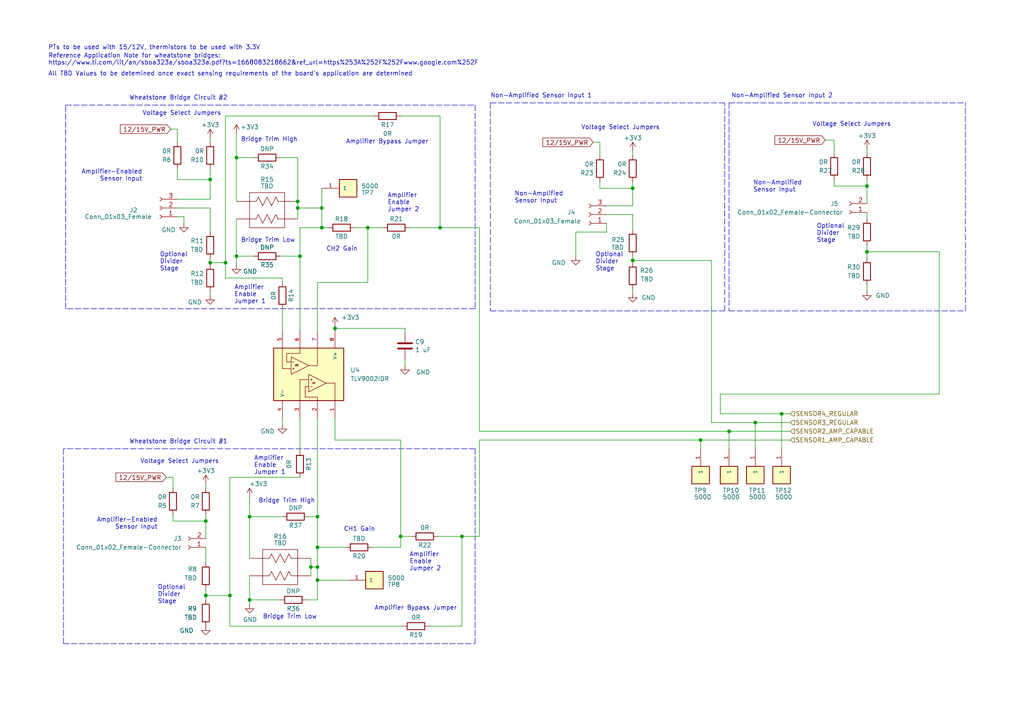
<source format=kicad_sch>
(kicad_sch (version 20211123) (generator eeschema)
  (paper "A4")
  (lib_symbols
    (symbol "+3.3V_1" (power) (pin_names (offset 0))
      (property "Value" "+3.3V_1" (at 0 3.556 0))
      (symbol "+3.3V_1_0_1"
        (polyline (pts (xy -0.762 1.27) (xy 0 2.54)))
        (polyline (pts (xy 0 0) (xy 0 2.54)))
        (polyline (pts (xy 0 2.54) (xy 0.762 1.27)))
      )
      (symbol "+3.3V_1_1_1"
        (pin power_in line (at 0 0 90) (length 0) hide (name "+3V3") (number "1"))
      )
    )
    (symbol "+3.3V_2" (power) (pin_names (offset 0))
      (property "Value" "+3.3V_2" (at 0 3.556 0))
      (symbol "+3.3V_2_0_1"
        (polyline (pts (xy -0.762 1.27) (xy 0 2.54)))
        (polyline (pts (xy 0 0) (xy 0 2.54)))
        (polyline (pts (xy 0 2.54) (xy 0.762 1.27)))
      )
      (symbol "+3.3V_2_1_1"
        (pin power_in line (at 0 0 90) (length 0) hide (name "+3V3") (number "1"))
      )
    )
    (symbol "+3.3V_3" (power) (pin_names (offset 0))
      (property "Value" "+3.3V_3" (at 0 3.556 0))
      (symbol "+3.3V_3_0_1"
        (polyline (pts (xy -0.762 1.27) (xy 0 2.54)))
        (polyline (pts (xy 0 0) (xy 0 2.54)))
        (polyline (pts (xy 0 2.54) (xy 0.762 1.27)))
      )
      (symbol "+3.3V_3_1_1"
        (pin power_in line (at 0 0 90) (length 0) hide (name "+3V3") (number "1"))
      )
    )
    (symbol "+3.3V_4" (power) (pin_names (offset 0))
      (property "Value" "+3.3V_4" (at 0 3.556 0))
      (symbol "+3.3V_4_0_1"
        (polyline (pts (xy -0.762 1.27) (xy 0 2.54)))
        (polyline (pts (xy 0 0) (xy 0 2.54)))
        (polyline (pts (xy 0 2.54) (xy 0.762 1.27)))
      )
      (symbol "+3.3V_4_1_1"
        (pin power_in line (at 0 0 90) (length 0) hide (name "+3V3") (number "1"))
      )
    )
    (symbol "+3.3V_5" (power) (pin_names (offset 0))
      (property "Value" "+3.3V_5" (at 0 3.556 0))
      (symbol "+3.3V_5_0_1"
        (polyline (pts (xy -0.762 1.27) (xy 0 2.54)))
        (polyline (pts (xy 0 0) (xy 0 2.54)))
        (polyline (pts (xy 0 2.54) (xy 0.762 1.27)))
      )
      (symbol "+3.3V_5_1_1"
        (pin power_in line (at 0 0 90) (length 0) hide (name "+3V3") (number "1"))
      )
    )
    (symbol "+3.3V_6" (power) (pin_names (offset 0))
      (property "Value" "+3.3V_6" (at 0 3.556 0))
      (symbol "+3.3V_6_0_1"
        (polyline (pts (xy -0.762 1.27) (xy 0 2.54)))
        (polyline (pts (xy 0 0) (xy 0 2.54)))
        (polyline (pts (xy 0 2.54) (xy 0.762 1.27)))
      )
      (symbol "+3.3V_6_1_1"
        (pin power_in line (at 0 0 90) (length 0) hide (name "+3V3") (number "1"))
      )
    )
    (symbol "CANHW:ACAS06"
      (property "Reference" "R" (at 0 10.795 0))
      (property "Value" "ACAS06" (at 0 8.89 0))
      (symbol "ACAS06_0_1"
        (rectangle (start -5.08 5.08) (end 5.08 -5.08))
        (polyline (pts (xy -6.35 -2.54) (xy -3.175 -2.54)))
        (polyline (pts (xy -6.35 2.54) (xy -3.175 2.54)))
        (polyline (pts (xy 6.35 -2.54) (xy 3.175 -2.54)))
        (polyline (pts (xy 6.35 2.54) (xy 3.175 2.54)))
        (polyline (pts (xy -3.175 -2.54) (xy -2.54 -1.27) (xy -1.27 -3.81) (xy 0 -1.27) (xy 1.27 -3.81) (xy 2.54 -1.27) (xy 3.175 -2.54)))
        (polyline (pts (xy -3.175 2.54) (xy -2.54 3.81) (xy -1.27 1.27) (xy 0 3.81) (xy 1.27 1.27) (xy 2.54 3.81) (xy 3.175 2.54)))
      )
      (symbol "ACAS06_1_1"
        (pin passive line (at -8.89 -2.54 0) (length 2.54) (name "") (number ""))
        (pin passive line (at -8.89 2.54 0) (length 2.54) (name "") (number ""))
        (pin passive line (at 8.89 -2.54 180) (length 2.54) (name "") (number ""))
        (pin passive line (at 8.89 2.54 180) (length 2.54) (name "") (number ""))
      )
    )
    (symbol "Connector:Conn_01x02_Female" (pin_names (offset 1.016) hide)
      (property "Reference" "J" (at 0 2.54 0))
      (property "Value" "Conn_01x02_Female" (at 0 -5.08 0))
      (symbol "Conn_01x02_Female_1_1"
        (arc (start 0 -2.032) (mid -0.508 -2.54) (end 0 -3.048) (stroke (width 0.1524)))
        (polyline (pts (xy -1.27 -2.54) (xy -0.508 -2.54)) (stroke (width 0.1524)))
        (polyline (pts (xy -1.27 0) (xy -0.508 0)) (stroke (width 0.1524)))
        (arc (start 0 0.508) (mid -0.508 0) (end 0 -0.508) (stroke (width 0.1524)))
        (pin passive line (at -5.08 0 0) (length 3.81) (name "Pin_1") (number "1"))
        (pin passive line (at -5.08 -2.54 0) (length 3.81) (name "Pin_2") (number "2"))
      )
    )
    (symbol "Connector:Conn_01x03_Female" (pin_names (offset 1.016) hide)
      (property "Reference" "J" (at 0 5.08 0))
      (property "Value" "Conn_01x03_Female" (at 0 -5.08 0))
      (symbol "Conn_01x03_Female_1_1"
        (arc (start 0 -2.032) (mid -0.508 -2.54) (end 0 -3.048) (stroke (width 0.1524)))
        (polyline (pts (xy -1.27 -2.54) (xy -0.508 -2.54)) (stroke (width 0.1524)))
        (polyline (pts (xy -1.27 0) (xy -0.508 0)) (stroke (width 0.1524)))
        (polyline (pts (xy -1.27 2.54) (xy -0.508 2.54)) (stroke (width 0.1524)))
        (arc (start 0 0.508) (mid -0.508 0) (end 0 -0.508) (stroke (width 0.1524)))
        (arc (start 0 3.048) (mid -0.508 2.54) (end 0 2.032) (stroke (width 0.1524)))
        (pin passive line (at -5.08 2.54 0) (length 3.81) (name "Pin_1") (number "1"))
        (pin passive line (at -5.08 0 0) (length 3.81) (name "Pin_2") (number "2"))
        (pin passive line (at -5.08 -2.54 0) (length 3.81) (name "Pin_3") (number "3"))
      )
    )
    (symbol "Device:C" (pin_numbers hide) (pin_names (offset 0.254))
      (property "Reference" "C" (at 0.635 2.54 0))
      (property "Value" "C" (at 0.635 -2.54 0))
      (symbol "C_0_1"
        (polyline (pts (xy -2.032 -0.762) (xy 2.032 -0.762)) (stroke (width 0.508)))
        (polyline (pts (xy -2.032 0.762) (xy 2.032 0.762)) (stroke (width 0.508)))
      )
      (symbol "C_1_1"
        (pin passive line (at 0 3.81 270) (length 2.794) (name "~") (number "1"))
        (pin passive line (at 0 -3.81 90) (length 2.794) (name "~") (number "2"))
      )
    )
    (symbol "Device:R" (pin_numbers hide) (pin_names (offset 0))
      (property "Reference" "R" (at 2.032 0 90))
      (property "Value" "R" (at 0 0 90))
      (symbol "R_0_1"
        (rectangle (start -1.016 -2.54) (end 1.016 2.54) (stroke (width 0.254)))
      )
      (symbol "R_1_1"
        (pin passive line (at 0 3.81 270) (length 1.27) (name "~") (number "1"))
        (pin passive line (at 0 -3.81 90) (length 1.27) (name "~") (number "2"))
      )
    )
    (symbol "Keysight_5000_testpoints:5000" (pin_names (offset 1.016))
      (property "Reference" "TP" (at -2.54 3.81 0))
      (property "Value" "5000" (at -2.54 -7.62 0))
      (symbol "5000_0_0"
        (rectangle (start -2.54 -2.54) (end 2.54 2.54) (stroke (width 0.254)) (fill (type background)))
        (pin passive line (at -7.62 0 0) (length 5.08) (name "1") (number "1"))
      )
    )
    (symbol "TLV9002IDR:TLV9002IDR" (pin_names (offset 1.016))
      (property "Reference" "U" (at -7.62 10.16 0))
      (property "Value" "TLV9002IDR" (at -7.62 -12.7 0))
      (symbol "TLV9002IDR_0_0"
        (rectangle (start -7.62 -10.16) (end 7.62 10.16) (stroke (width 0.254)) (fill (type background)))
        (polyline (pts (xy -6.604 -1.016) (xy -6.604 2.54)) (stroke (width 0.1524)))
        (polyline (pts (xy -6.604 2.54) (xy -7.62 2.54)) (stroke (width 0.1524)))
        (polyline (pts (xy -5.08 0) (xy -2.54 5.08)) (stroke (width 0.1524)))
        (polyline (pts (xy -3.556 -1.016) (xy -6.604 -1.016)) (stroke (width 0.1524)))
        (polyline (pts (xy -3.556 0) (xy -5.08 0)) (stroke (width 0.1524)))
        (polyline (pts (xy -3.556 0) (xy -3.556 -1.016)) (stroke (width 0.1524)))
        (polyline (pts (xy -3.556 1.016) (xy -3.556 0.508)) (stroke (width 0.1524)))
        (polyline (pts (xy -2.54 5.08) (xy -2.54 7.62)) (stroke (width 0.1524)))
        (polyline (pts (xy -2.54 5.08) (xy 0 0)) (stroke (width 0.1524)))
        (polyline (pts (xy -2.54 7.62) (xy -7.62 7.62)) (stroke (width 0.1524)))
        (polyline (pts (xy -1.778 0.762) (xy -1.27 0.762)) (stroke (width 0.1524)))
        (polyline (pts (xy -1.524 -2.54) (xy -7.62 -2.54)) (stroke (width 0.1524)))
        (polyline (pts (xy -1.524 0) (xy -3.556 0)) (stroke (width 0.1524)))
        (polyline (pts (xy -1.524 0) (xy -1.524 -2.54)) (stroke (width 0.1524)))
        (polyline (pts (xy -1.524 0.508) (xy -1.524 1.016)) (stroke (width 0.1524)))
        (polyline (pts (xy 0 -5.08) (xy 2.54 0)) (stroke (width 0.1524)))
        (polyline (pts (xy 0 0) (xy -1.524 0)) (stroke (width 0.1524)))
        (polyline (pts (xy 1.4224 -4.4196) (xy 1.9304 -4.4196)) (stroke (width 0.1524)))
        (polyline (pts (xy 1.6764 -7.62) (xy 7.62 -7.62)) (stroke (width 0.1524)))
        (polyline (pts (xy 1.6764 -5.1308) (xy 1.6764 -7.62)) (stroke (width 0.1524)))
        (polyline (pts (xy 1.6764 -4.1656) (xy 1.6764 -4.6736)) (stroke (width 0.1524)))
        (polyline (pts (xy 2.5146 -0.1016) (xy 2.5146 2.54)) (stroke (width 0.1524)))
        (polyline (pts (xy 2.5146 2.54) (xy 7.62 2.54)) (stroke (width 0.1524)))
        (polyline (pts (xy 2.54 0) (xy 5.08 -5.08)) (stroke (width 0.1524)))
        (polyline (pts (xy 3.556 -4.191) (xy 3.556 -4.699)) (stroke (width 0.1524)))
        (polyline (pts (xy 3.6068 -6.3754) (xy 6.0706 -6.3754)) (stroke (width 0.1524)))
        (polyline (pts (xy 3.6068 -5.1054) (xy 3.6068 -6.3754)) (stroke (width 0.1524)))
        (polyline (pts (xy 5.08 -5.08) (xy 0 -5.08)) (stroke (width 0.1524)))
        (polyline (pts (xy 6.0706 -6.3754) (xy 6.0706 -2.54)) (stroke (width 0.1524)))
        (polyline (pts (xy 6.0706 -2.54) (xy 7.62 -2.54)) (stroke (width 0.1524)))
        (text "A" (at -2.921 1.9558 0) (effects (font (size 0.8128 0.8128)) (justify left bottom)))
        (text "B" (at 2.159 -2.9718 0) (effects (font (size 0.8128 0.8128)) (justify left bottom)))
        (pin output line (at -12.7 7.62 0) (length 5.08) (name "~") (number "1"))
        (pin input line (at -12.7 2.54 0) (length 5.08) (name "~") (number "2"))
        (pin input line (at -12.7 -2.54 0) (length 5.08) (name "~") (number "3"))
        (pin power_in line (at -12.7 -7.62 0) (length 5.08) (name "V-") (number "4"))
        (pin input line (at 12.7 -7.62 180) (length 5.08) (name "~") (number "5"))
        (pin input line (at 12.7 -2.54 180) (length 5.08) (name "~") (number "6"))
        (pin output line (at 12.7 2.54 180) (length 5.08) (name "~") (number "7"))
        (pin power_in line (at 12.7 7.62 180) (length 5.08) (name "V+") (number "8"))
      )
    )
    (symbol "power:+3.3V" (power) (pin_names (offset 0))
      (property "Value" "+3.3V" (at 0 3.556 0))
      (symbol "+3.3V_0_1"
        (polyline (pts (xy -0.762 1.27) (xy 0 2.54)))
        (polyline (pts (xy 0 0) (xy 0 2.54)))
        (polyline (pts (xy 0 2.54) (xy 0.762 1.27)))
      )
      (symbol "+3.3V_1_1"
        (pin power_in line (at 0 0 90) (length 0) hide (name "+3V3") (number "1"))
      )
    )
    (symbol "power:GND" (power) (pin_names (offset 0))
      (property "Value" "GND" (at 0 -3.81 0))
      (symbol "GND_0_1"
        (polyline (pts (xy 0 0) (xy 0 -1.27) (xy 1.27 -1.27) (xy 0 -2.54) (xy -1.27 -1.27) (xy 0 -1.27)))
      )
      (symbol "GND_1_1"
        (pin power_in line (at 0 0 270) (length 0) hide (name "GND") (number "1"))
      )
    )
  )
  (junction (at 127.635 66.04))
  (junction (at 219.075 122.555))
  (junction (at 133.985 155.575))
  (junction (at 92.075 149.86))
  (junction (at 251.46 73.025))
  (junction (at 106.68 66.04))
  (junction (at 93.345 60.325))
  (junction (at 59.69 172.72))
  (junction (at 65.405 76.2))
  (junction (at 93.345 66.04))
  (junction (at 60.96 52.07))
  (junction (at 90.17 164.465))
  (junction (at 92.075 158.75))
  (junction (at 97.155 95.25))
  (junction (at 68.58 74.295))
  (junction (at 211.455 125.095))
  (junction (at 72.39 173.99))
  (junction (at 251.46 53.975))
  (junction (at 72.39 149.86))
  (junction (at 60.96 76.2))
  (junction (at 116.205 155.575))
  (junction (at 183.515 75.565))
  (junction (at 66.675 172.72))
  (junction (at 68.58 45.72))
  (junction (at 86.995 74.295))
  (junction (at 183.515 54.61))
  (junction (at 86.36 58.42))
  (junction (at 226.695 120.015))
  (junction (at 59.69 151.13))
  (junction (at 92.075 168.275))
  (junction (at 203.2 127.635))
  (junction (at 86.36 60.325))
  (junction (at 92.075 164.465))
  (wire (pts (xy 72.39 149.86) (xy 81.915 149.86)))
  (wire (pts (xy 183.515 43.815) (xy 183.515 45.085)))
  (wire (pts (xy 51.435 57.785) (xy 60.96 57.785)))
  (wire (pts (xy 139.065 66.04) (xy 139.065 125.095)))
  (wire (pts (xy 50.165 149.225) (xy 50.165 151.13)))
  (wire (pts (xy 175.895 59.69) (xy 183.515 59.69)))
  (wire (pts (xy 68.58 63.5) (xy 68.58 74.295)))
  (wire (pts (xy 203.2 127.635) (xy 203.2 130.175)))
  (wire (pts (xy 203.2 127.635) (xy 229.235 127.635)))
  (wire (pts (xy 127.635 33.655) (xy 127.635 66.04)))
  (wire (pts (xy 86.995 66.04) (xy 93.345 66.04)))
  (wire (pts (xy 89.535 149.86) (xy 92.075 149.86)))
  (wire (pts (xy 183.515 75.565) (xy 206.375 75.565)))
  (wire (pts (xy 173.99 41.275) (xy 173.99 45.085)))
  (polyline (pts (xy 137.795 30.48) (xy 137.795 89.535)))
  (wire (pts (xy 208.915 120.015) (xy 226.695 120.015)))
  (wire (pts (xy 97.155 127.635) (xy 116.205 127.635)))
  (wire (pts (xy 251.46 73.025) (xy 272.415 73.025)))
  (wire (pts (xy 81.28 74.295) (xy 86.995 74.295)))
  (wire (pts (xy 106.68 66.04) (xy 102.87 66.04)))
  (polyline (pts (xy 137.795 89.535) (xy 19.05 89.535)))
  (wire (pts (xy 241.935 40.64) (xy 241.935 44.45)))
  (wire (pts (xy 208.915 114.3) (xy 208.915 120.015)))
  (wire (pts (xy 66.675 172.72) (xy 66.675 181.61)))
  (wire (pts (xy 59.69 151.13) (xy 59.69 149.225)))
  (wire (pts (xy 241.935 53.975) (xy 251.46 53.975)))
  (wire (pts (xy 175.895 67.31) (xy 167.005 67.31)))
  (polyline (pts (xy 19.05 89.535) (xy 19.05 30.48)))
  (wire (pts (xy 88.9 173.99) (xy 92.075 173.99)))
  (polyline (pts (xy 211.455 29.845) (xy 280.035 29.845)))
  (wire (pts (xy 72.39 167.005) (xy 72.39 173.99)))
  (wire (pts (xy 97.155 95.25) (xy 97.155 95.885)))
  (wire (pts (xy 251.46 73.025) (xy 251.46 74.93)))
  (wire (pts (xy 251.46 53.975) (xy 251.46 59.055)))
  (wire (pts (xy 183.515 62.23) (xy 183.515 66.675)))
  (wire (pts (xy 251.46 61.595) (xy 251.46 63.5)))
  (wire (pts (xy 90.17 164.465) (xy 92.075 164.465)))
  (wire (pts (xy 86.995 66.04) (xy 86.995 74.295)))
  (wire (pts (xy 226.695 120.015) (xy 226.695 130.175)))
  (wire (pts (xy 59.69 172.72) (xy 66.675 172.72)))
  (wire (pts (xy 241.935 40.64) (xy 239.395 40.64)))
  (wire (pts (xy 183.515 74.295) (xy 183.515 75.565)))
  (wire (pts (xy 60.96 60.325) (xy 60.96 67.31)))
  (wire (pts (xy 183.515 83.82) (xy 183.515 85.09)))
  (wire (pts (xy 211.455 125.095) (xy 229.235 125.095)))
  (wire (pts (xy 66.675 181.61) (xy 116.84 181.61)))
  (polyline (pts (xy 137.795 130.175) (xy 18.415 130.175)))
  (wire (pts (xy 127 155.575) (xy 133.985 155.575)))
  (wire (pts (xy 139.065 127.635) (xy 203.2 127.635)))
  (wire (pts (xy 92.075 158.75) (xy 100.33 158.75)))
  (wire (pts (xy 86.995 121.285) (xy 86.995 130.81)))
  (wire (pts (xy 206.375 122.555) (xy 219.075 122.555)))
  (wire (pts (xy 90.17 164.465) (xy 90.17 167.005)))
  (wire (pts (xy 219.075 122.555) (xy 229.235 122.555)))
  (wire (pts (xy 127.635 66.04) (xy 139.065 66.04)))
  (wire (pts (xy 68.58 45.72) (xy 73.66 45.72)))
  (wire (pts (xy 116.205 33.655) (xy 127.635 33.655)))
  (polyline (pts (xy 211.455 29.845) (xy 211.455 90.17)))
  (wire (pts (xy 251.46 53.975) (xy 251.46 52.07)))
  (wire (pts (xy 116.205 158.75) (xy 116.205 155.575)))
  (wire (pts (xy 173.99 52.705) (xy 173.99 54.61)))
  (wire (pts (xy 133.985 181.61) (xy 133.985 155.575)))
  (wire (pts (xy 272.415 73.025) (xy 272.415 114.3)))
  (polyline (pts (xy 142.24 90.17) (xy 210.185 90.17)))
  (wire (pts (xy 93.345 60.325) (xy 93.345 66.04)))
  (wire (pts (xy 86.36 63.5) (xy 86.36 60.325)))
  (wire (pts (xy 59.69 158.75) (xy 59.69 163.195)))
  (wire (pts (xy 92.075 81.915) (xy 92.075 95.885)))
  (wire (pts (xy 60.96 40.005) (xy 60.96 41.275)))
  (polyline (pts (xy 18.415 186.69) (xy 137.795 186.69)))
  (wire (pts (xy 133.985 155.575) (xy 139.065 155.575)))
  (wire (pts (xy 59.69 170.815) (xy 59.69 172.72)))
  (wire (pts (xy 73.66 74.295) (xy 68.58 74.295)))
  (wire (pts (xy 219.075 122.555) (xy 219.075 130.175)))
  (wire (pts (xy 272.415 114.3) (xy 208.915 114.3)))
  (wire (pts (xy 251.46 71.12) (xy 251.46 73.025)))
  (wire (pts (xy 251.46 43.18) (xy 251.46 44.45)))
  (wire (pts (xy 117.475 95.25) (xy 97.155 95.25)))
  (wire (pts (xy 81.915 80.645) (xy 81.915 81.915)))
  (wire (pts (xy 183.515 54.61) (xy 183.515 52.705)))
  (wire (pts (xy 167.005 67.31) (xy 167.005 74.295)))
  (wire (pts (xy 124.46 181.61) (xy 133.985 181.61)))
  (wire (pts (xy 139.065 155.575) (xy 139.065 127.635)))
  (wire (pts (xy 51.435 37.465) (xy 49.53 37.465)))
  (wire (pts (xy 66.675 138.43) (xy 86.995 138.43)))
  (wire (pts (xy 81.915 89.535) (xy 81.915 95.885)))
  (polyline (pts (xy 19.05 30.48) (xy 137.795 30.48)))
  (wire (pts (xy 65.405 33.655) (xy 65.405 76.2)))
  (wire (pts (xy 117.475 104.14) (xy 117.475 106.045)))
  (polyline (pts (xy 280.035 90.17) (xy 280.035 29.845)))
  (wire (pts (xy 139.065 125.095) (xy 211.455 125.095)))
  (wire (pts (xy 86.995 74.295) (xy 86.995 95.885)))
  (wire (pts (xy 92.075 81.915) (xy 106.68 81.915)))
  (wire (pts (xy 72.39 173.99) (xy 81.28 173.99)))
  (wire (pts (xy 183.515 75.565) (xy 183.515 76.2)))
  (wire (pts (xy 59.69 172.72) (xy 59.69 173.99)))
  (wire (pts (xy 60.96 74.93) (xy 60.96 76.2)))
  (wire (pts (xy 60.96 52.07) (xy 60.96 57.785)))
  (wire (pts (xy 118.745 66.04) (xy 127.635 66.04)))
  (wire (pts (xy 116.205 155.575) (xy 119.38 155.575)))
  (polyline (pts (xy 142.24 29.845) (xy 142.24 90.17)))
  (wire (pts (xy 60.96 48.895) (xy 60.96 52.07)))
  (polyline (pts (xy 211.455 90.17) (xy 280.035 90.17)))
  (wire (pts (xy 97.155 94.615) (xy 97.155 95.25)))
  (wire (pts (xy 92.075 149.86) (xy 92.075 158.75)))
  (wire (pts (xy 92.075 168.275) (xy 92.075 173.99)))
  (wire (pts (xy 59.69 140.335) (xy 59.69 141.605)))
  (wire (pts (xy 183.515 54.61) (xy 183.515 59.69)))
  (polyline (pts (xy 210.185 90.17) (xy 210.185 29.845)))
  (wire (pts (xy 50.165 138.43) (xy 50.165 141.605)))
  (wire (pts (xy 175.895 64.77) (xy 175.895 67.31)))
  (wire (pts (xy 72.39 144.145) (xy 72.39 149.86)))
  (wire (pts (xy 51.435 60.325) (xy 60.96 60.325)))
  (polyline (pts (xy 137.795 186.69) (xy 137.795 130.175)))
  (wire (pts (xy 86.36 60.325) (xy 86.36 58.42)))
  (wire (pts (xy 66.675 138.43) (xy 66.675 172.72)))
  (polyline (pts (xy 18.415 130.175) (xy 18.415 186.69)))
  (wire (pts (xy 92.075 164.465) (xy 92.075 168.275)))
  (wire (pts (xy 251.46 82.55) (xy 251.46 84.455)))
  (wire (pts (xy 68.58 74.295) (xy 68.58 76.835)))
  (wire (pts (xy 65.405 80.645) (xy 81.915 80.645)))
  (wire (pts (xy 51.435 48.895) (xy 51.435 52.07)))
  (wire (pts (xy 72.39 149.86) (xy 72.39 161.925)))
  (wire (pts (xy 206.375 75.565) (xy 206.375 122.555)))
  (wire (pts (xy 241.935 52.07) (xy 241.935 53.975)))
  (wire (pts (xy 92.075 121.285) (xy 92.075 149.86)))
  (wire (pts (xy 50.165 151.13) (xy 59.69 151.13)))
  (wire (pts (xy 175.895 62.23) (xy 183.515 62.23)))
  (wire (pts (xy 65.405 76.2) (xy 65.405 80.645)))
  (wire (pts (xy 60.96 85.725) (xy 60.96 84.455)))
  (wire (pts (xy 211.455 125.095) (xy 211.455 130.175)))
  (wire (pts (xy 86.36 45.72) (xy 86.36 58.42)))
  (wire (pts (xy 92.075 158.75) (xy 92.075 164.465)))
  (wire (pts (xy 53.34 62.865) (xy 53.34 64.77)))
  (wire (pts (xy 116.205 158.75) (xy 107.95 158.75)))
  (wire (pts (xy 59.69 151.13) (xy 59.69 156.21)))
  (wire (pts (xy 93.345 54.61) (xy 93.345 60.325)))
  (wire (pts (xy 226.695 120.015) (xy 229.235 120.015)))
  (wire (pts (xy 93.345 66.04) (xy 95.25 66.04)))
  (wire (pts (xy 60.96 76.2) (xy 65.405 76.2)))
  (wire (pts (xy 81.915 121.285) (xy 81.915 123.19)))
  (wire (pts (xy 72.39 173.99) (xy 72.39 175.26)))
  (wire (pts (xy 60.96 76.2) (xy 60.96 76.835)))
  (wire (pts (xy 116.205 155.575) (xy 116.205 127.635)))
  (wire (pts (xy 81.28 45.72) (xy 86.36 45.72)))
  (wire (pts (xy 97.155 121.285) (xy 97.155 127.635)))
  (wire (pts (xy 173.99 41.275) (xy 172.085 41.275)))
  (wire (pts (xy 86.36 60.325) (xy 93.345 60.325)))
  (wire (pts (xy 106.68 66.04) (xy 106.68 81.915)))
  (wire (pts (xy 51.435 52.07) (xy 60.96 52.07)))
  (wire (pts (xy 68.58 38.735) (xy 68.58 45.72)))
  (wire (pts (xy 100.965 168.275) (xy 92.075 168.275)))
  (wire (pts (xy 68.58 45.72) (xy 68.58 58.42)))
  (wire (pts (xy 117.475 96.52) (xy 117.475 95.25)))
  (wire (pts (xy 90.17 161.925) (xy 90.17 164.465)))
  (wire (pts (xy 106.68 66.04) (xy 111.125 66.04)))
  (polyline (pts (xy 142.24 29.845) (xy 210.185 29.845)))
  (wire (pts (xy 173.99 54.61) (xy 183.515 54.61)))
  (wire (pts (xy 48.26 138.43) (xy 50.165 138.43)))
  (wire (pts (xy 51.435 62.865) (xy 53.34 62.865)))
  (wire (pts (xy 51.435 37.465) (xy 51.435 41.275)))
  (wire (pts (xy 65.405 33.655) (xy 108.585 33.655)))
  (text "PTs to be used with 15/12V, thermistors to be used with 3.3V" (at 13.97 14.605 0) (effects (font (size 1.27 1.27)) (justify left bottom)))
  (text "Amplifier \nEnable \nJumper 1" (at 73.66 137.795 0) (effects (font (size 1.27 1.27)) (justify left bottom)))
  (text "Bridge Trim High\n" (at 69.85 41.275 0) (effects (font (size 1.27 1.27)) (justify left bottom)))
  (text "Wheatstone Bridge Circuit #1" (at 37.465 128.905 0) (effects (font (size 1.27 1.27)) (justify left bottom)))
  (text "Non-Amplified\nSensor Input\n" (at 218.44 55.88 0) (effects (font (size 1.27 1.27)) (justify left bottom)))
  (text "CH2 Gain\n" (at 94.615 73.025 0) (effects (font (size 1.27 1.27)) (justify left bottom)))
  (text "Amplifier Bypass Jumper" (at 108.585 177.165 0) (effects (font (size 1.27 1.27)) (justify left bottom)))
  (text "Optional\nDivider \nStage" (at 172.72 78.74 0) (effects (font (size 1.27 1.27)) (justify left bottom)))
  (text "Amplifier \nEnable \nJumper 1" (at 67.945 88.265 0) (effects (font (size 1.27 1.27)) (justify left bottom)))
  (text "Amplifier \nEnable \nJumper 2\n" (at 112.395 61.595 0) (effects (font (size 1.27 1.27)) (justify left bottom)))
  (text "Voltage Select Jumpers" (at 168.529 37.7952 0) (effects (font (size 1.27 1.27)) (justify left bottom)))
  (text "CH1 Gain\n" (at 99.695 154.305 0) (effects (font (size 1.27 1.27)) (justify left bottom)))
  (text "Amplifier \nEnable \nJumper 2\n" (at 118.745 165.735 0) (effects (font (size 1.27 1.27)) (justify left bottom)))
  (text "Voltage Select Jumpers" (at 235.585 36.83 0) (effects (font (size 1.27 1.27)) (justify left bottom)))
  (text "Amplifier-Enabled\nSensor Input\n" (at 41.275 52.705 180) (effects (font (size 1.27 1.27)) (justify right bottom)))
  (text "Non-Amplified Sensor Input 1" (at 142.24 28.575 0) (effects (font (size 1.27 1.27)) (justify left bottom)))
  (text "Wheatstone Bridge Circuit #2" (at 37.465 29.21 0) (effects (font (size 1.27 1.27)) (justify left bottom)))
  (text "All TBD Values to be detemined once exact sensing requirements of the board's application are determined" (at 13.97 22.225 0) (effects (font (size 1.27 1.27)) (justify left bottom)))
  (text "Voltage Select Jumpers" (at 41.275 33.655 0) (effects (font (size 1.27 1.27)) (justify left bottom)))
  (text "Amplifier-Enabled\nSensor Input\n" (at 45.72 153.67 180) (effects (font (size 1.27 1.27)) (justify right bottom)))
  (text "Non-Amplified Sensor Input 2\n" (at 212.09 28.575 0) (effects (font (size 1.27 1.27)) (justify left bottom)))
  (text "Bridge Trim Low\n" (at 76.2 179.705 0) (effects (font (size 1.27 1.27)) (justify left bottom)))
  (text "Optional\nDivider \nStage" (at 236.855 70.485 0) (effects (font (size 1.27 1.27)) (justify left bottom)))
  (text "Bridge Trim Low\n" (at 69.85 70.485 0) (effects (font (size 1.27 1.27)) (justify left bottom)))
  (text "Bridge Trim High\n" (at 74.93 146.05 0) (effects (font (size 1.27 1.27)) (justify left bottom)))
  (text "Optional\nDivider \nStage" (at 46.355 78.74 0) (effects (font (size 1.27 1.27)) (justify left bottom)))
  (text "Optional\nDivider \nStage" (at 45.72 175.26 0) (effects (font (size 1.27 1.27)) (justify left bottom)))
  (text "Reference Application Note for wheatstone bridges:\nhttps://www.ti.com/lit/an/sboa323a/sboa323a.pdf?ts=1668083218662&ref_url=https%253A%252F%252Fwww.google.com%252F" (at 13.97 19.05 0) (effects (font (size 1.27 1.27)) (justify left bottom)))
  (text "Voltage Select Jumpers" (at 40.64 134.62 0) (effects (font (size 1.27 1.27)) (justify left bottom)))
  (text "Non-Amplified\nSensor Input\n" (at 149.225 59.055 0) (effects (font (size 1.27 1.27)) (justify left bottom)))
  (text "Amplifier Bypass Jumper" (at 100.33 41.91 0) (effects (font (size 1.27 1.27)) (justify left bottom)))
  (global_label "12{slash}15V_PWR" (shape input) (at 172.085 41.275 180) (property "Intersheet References" "${INTERSHEET_REFS}" (effects hide)))
  (global_label "12{slash}15V_PWR" (shape input) (at 49.53 37.465 180) (property "Intersheet References" "${INTERSHEET_REFS}" (effects hide)))
  (global_label "12{slash}15V_PWR" (shape input) (at 48.26 138.43 180) (property "Intersheet References" "${INTERSHEET_REFS}" (effects hide)))
  (global_label "12{slash}15V_PWR" (shape input) (at 239.395 40.64 180) (property "Intersheet References" "${INTERSHEET_REFS}" (effects hide)))
  (hierarchical_label "SENSOR2_AMP_CAPABLE" (shape input) (at 229.235 125.095 0))
  (hierarchical_label "SENSOR1_AMP_CAPABLE" (shape input) (at 229.235 127.635 0))
  (hierarchical_label "SENSOR4_REGULAR" (shape input) (at 229.235 120.015 0))
  (hierarchical_label "SENSOR3_REGULAR" (shape input) (at 229.235 122.555 0))
  (symbol (lib_name "+3.3V_4") (lib_id "power:+3.3V") (at 59.69 140.335 0) (mirror y) (unit 1)
    (property "Reference" "#PWR021" (effects hide))
    (property "Value" "+3.3V" (at 59.69 136.525 0))
  )
  (symbol (lib_id "power:+3.3V") (at 183.515 43.815 0) (mirror y) (unit 1)
    (property "Reference" "#PWR032" (effects hide))
    (property "Value" "+3.3V" (at 183.515 40.005 0))
  )
  (symbol (lib_name "+3.3V_5") (lib_id "power:+3.3V") (at 68.58 38.735 0) (mirror y) (unit 1)
    (property "Reference" "#PWR025" (effects hide))
    (property "Value" "+3.3V" (at 72.39 36.83 0))
  )
  (symbol (lib_id "Device:R") (at 99.06 66.04 90) (unit 1)
    (property "Reference" "R18" (at 99.06 63.5 90))
    (property "Value" "TBD" (at 99.06 68.58 90))
  )
  (symbol (lib_id "power:GND") (at 117.475 106.045 0) (mirror y) (unit 1)
    (property "Reference" "#PWR020" (effects hide))
    (property "Value" "GND" (at 120.65 107.95 0) (effects (justify right)))
  )
  (symbol (lib_id "power:GND") (at 59.69 181.61 0) (mirror y) (unit 1)
    (property "Reference" "#PWR022" (effects hide))
    (property "Value" "GND" (at 52.07 182.88 0) (effects (justify right)))
  )
  (symbol (lib_id "Device:R") (at 86.995 134.62 0) (mirror x) (unit 1)
    (property "Reference" "R13" (at 89.535 134.62 90))
    (property "Value" "0R" (at 83.82 134.62 90))
  )
  (symbol (lib_id "Device:R") (at 51.435 45.085 0) (mirror x) (unit 1)
    (property "Reference" "R6" (at 46.99 46.355 0) (effects (justify left)))
    (property "Value" "0R" (at 46.99 43.815 0) (effects (justify left)))
  )
  (symbol (lib_id "Device:R") (at 85.09 173.99 90) (mirror x) (unit 1)
    (property "Reference" "R36" (at 85.09 176.53 90))
    (property "Value" "DNP" (at 85.09 171.45 90))
  )
  (symbol (lib_id "Device:R") (at 60.96 80.645 0) (unit 1)
    (property "Reference" "R12" (at 55.245 79.375 0) (effects (justify left)))
    (property "Value" "TBD" (at 55.245 81.915 0) (effects (justify left)))
  )
  (symbol (lib_id "power:GND") (at 68.58 76.835 0) (mirror y) (unit 1)
    (property "Reference" "#PWR026" (effects hide))
    (property "Value" "GND" (at 70.485 78.74 0) (effects (justify right)))
  )
  (symbol (lib_id "Keysight_5000_testpoints:5000") (at 226.695 137.795 270) (unit 1)
    (property "Reference" "TP12" (at 224.79 142.24 90) (effects (justify left)))
    (property "Value" "5000" (at 224.79 144.145 90) (effects (justify left)))
    (property "Footprint" "KEYSTONE_5000" (effects hide))
    (property "MANUFACTURER" "KEYSTONE" (effects hide))
    (property "PARTREV" "H" (effects hide))
    (property "STANDARD" "Manufacturer Recommendations" (effects hide))
    (property "MAXIMUM_PACKAGE_HEIGHT" "4.57mm" (effects hide))
  )
  (symbol (lib_id "Keysight_5000_testpoints:5000") (at 108.585 168.275 0) (unit 1)
    (property "Reference" "TP8" (at 112.395 169.545 0) (effects (justify left)))
    (property "Value" "5000" (at 112.395 167.64 0) (effects (justify left)))
    (property "Footprint" "KEYSTONE_5000" (effects hide))
    (property "MANUFACTURER" "KEYSTONE" (effects hide))
    (property "PARTREV" "H" (effects hide))
    (property "STANDARD" "Manufacturer Recommendations" (effects hide))
    (property "MAXIMUM_PACKAGE_HEIGHT" "4.57mm" (effects hide))
  )
  (symbol (lib_name "+3.3V_1") (lib_id "power:+3.3V") (at 251.46 43.18 0) (mirror y) (unit 1)
    (property "Reference" "#PWR035" (effects hide))
    (property "Value" "+3.3V" (at 251.46 39.37 0))
  )
  (symbol (lib_id "Device:C") (at 117.475 100.33 0) (unit 1)
    (property "Reference" "C9" (at 120.396 99.1616 0) (effects (justify left)))
    (property "Value" "1 uF" (at 120.396 101.473 0) (effects (justify left)))
    (property "Footprint" "Capacitor_SMD:C_0805_2012Metric_Pad1.15x1.40mm_HandSolder" (effects hide))
  )
  (symbol (lib_id "Device:R") (at 60.96 45.085 0) (mirror x) (unit 1)
    (property "Reference" "R10" (at 55.245 46.355 0) (effects (justify left)))
    (property "Value" "0R" (at 56.515 43.815 0) (effects (justify left)))
  )
  (symbol (lib_id "Keysight_5000_testpoints:5000") (at 219.075 137.795 270) (unit 1)
    (property "Reference" "TP11" (at 217.17 142.24 90) (effects (justify left)))
    (property "Value" "5000" (at 217.17 144.145 90) (effects (justify left)))
    (property "Footprint" "KEYSTONE_5000" (effects hide))
    (property "MANUFACTURER" "KEYSTONE" (effects hide))
    (property "PARTREV" "H" (effects hide))
    (property "STANDARD" "Manufacturer Recommendations" (effects hide))
    (property "MAXIMUM_PACKAGE_HEIGHT" "4.57mm" (effects hide))
  )
  (symbol (lib_id "Device:R") (at 173.99 48.895 0) (mirror x) (unit 1)
    (property "Reference" "R23" (at 168.275 50.165 0) (effects (justify left)))
    (property "Value" "0R" (at 169.545 47.625 0) (effects (justify left)))
  )
  (symbol (lib_id "Device:R") (at 60.96 71.12 0) (unit 1)
    (property "Reference" "R11" (at 55.245 69.85 0) (effects (justify left)))
    (property "Value" "TBD" (at 55.245 72.39 0) (effects (justify left)))
  )
  (symbol (lib_id "Device:R") (at 183.515 48.895 0) (mirror x) (unit 1)
    (property "Reference" "R24" (at 177.8 50.165 0) (effects (justify left)))
    (property "Value" "0R" (at 179.07 47.625 0) (effects (justify left)))
  )
  (symbol (lib_id "Device:R") (at 81.915 85.725 0) (unit 1)
    (property "Reference" "R14" (at 84.455 85.725 90))
    (property "Value" "0R" (at 79.375 85.725 90))
  )
  (symbol (lib_id "TLV9002IDR:TLV9002IDR") (at 89.535 108.585 270) (mirror x) (unit 1)
    (property "Reference" "U4" (at 101.6 107.3149 90) (effects (justify left)))
    (property "Value" "TLV9002IDR" (at 101.6 109.8549 90) (effects (justify left)))
    (property "Footprint" "SOIC127P599X175-8N" (effects hide))
    (property "MAXIMUM_PACKAGE_HEIGHT" "1.75mm" (effects hide))
    (property "STANDARD" "IPC-7351B" (effects hide))
    (property "PARTREV" "O" (effects hide))
    (property "MANUFACTURER" "Texas Instruments" (effects hide))
  )
  (symbol (lib_id "Device:R") (at 241.935 48.26 0) (mirror x) (unit 1)
    (property "Reference" "R27" (at 237.49 49.53 0) (effects (justify left)))
    (property "Value" "0R" (at 237.49 46.99 0) (effects (justify left)))
  )
  (symbol (lib_id "Connector:Conn_01x02_Female") (at 246.38 61.595 180) (unit 1)
    (property "Reference" "J5" (at 243.205 59.055 0) (effects (justify left)))
    (property "Value" "Conn_01x02_Female-Connector" (at 244.475 61.595 0) (effects (justify left)))
    (property "Footprint" "Connector_JST:JST_PH_S2B-PH-K_1x02_P2.00mm_Horizontal" (effects hide))
  )
  (symbol (lib_id "Keysight_5000_testpoints:5000") (at 211.455 137.795 270) (unit 1)
    (property "Reference" "TP10" (at 209.55 142.24 90) (effects (justify left)))
    (property "Value" "5000" (at 209.55 144.145 90) (effects (justify left)))
    (property "Footprint" "KEYSTONE_5000" (effects hide))
    (property "MANUFACTURER" "KEYSTONE" (effects hide))
    (property "PARTREV" "H" (effects hide))
    (property "STANDARD" "Manufacturer Recommendations" (effects hide))
    (property "MAXIMUM_PACKAGE_HEIGHT" "4.57mm" (effects hide))
  )
  (symbol (lib_id "Device:R") (at 114.935 66.04 90) (unit 1)
    (property "Reference" "R21" (at 114.935 63.5 90))
    (property "Value" "0R" (at 114.935 68.58 90))
  )
  (symbol (lib_id "Device:R") (at 50.165 145.415 0) (mirror x) (unit 1)
    (property "Reference" "R5" (at 45.72 146.685 0) (effects (justify left)))
    (property "Value" "0R" (at 45.72 144.145 0) (effects (justify left)))
  )
  (symbol (lib_name "+3.3V_6") (lib_id "power:+3.3V") (at 97.155 94.615 0) (unit 1)
    (property "Reference" "#PWR030" (effects hide))
    (property "Value" "+3.3V" (at 101.6 92.075 0))
  )
  (symbol (lib_id "power:GND") (at 81.915 123.19 0) (mirror y) (unit 1)
    (property "Reference" "#PWR029" (effects hide))
    (property "Value" "GND" (at 75.565 125.095 0) (effects (justify right)))
  )
  (symbol (lib_id "power:GND") (at 167.005 74.295 0) (mirror y) (unit 1)
    (property "Reference" "#PWR031" (effects hide))
    (property "Value" "GND" (at 160.02 76.2 0) (effects (justify right)))
  )
  (symbol (lib_id "power:GND") (at 251.46 84.455 0) (mirror y) (unit 1)
    (property "Reference" "#PWR036" (effects hide))
    (property "Value" "GND" (at 254 85.7249 0) (effects (justify right)))
  )
  (symbol (lib_id "power:GND") (at 60.96 85.725 0) (unit 1)
    (property "Reference" "#PWR024" (effects hide))
    (property "Value" "GND" (at 56.515 87.63 0))
  )
  (symbol (lib_id "Device:R") (at 123.19 155.575 90) (mirror x) (unit 1)
    (property "Reference" "R22" (at 123.19 158.115 90))
    (property "Value" "0R" (at 123.19 153.035 90))
  )
  (symbol (lib_name "+3.3V_2") (lib_id "power:+3.3V") (at 60.96 40.005 0) (mirror y) (unit 1)
    (property "Reference" "#PWR023" (effects hide))
    (property "Value" "+3.3V" (at 60.96 36.195 0))
  )
  (symbol (lib_id "Device:R") (at 59.69 177.8 0) (mirror x) (unit 1)
    (property "Reference" "R9" (at 57.15 176.5299 0) (effects (justify right)))
    (property "Value" "TBD" (at 57.15 179.0699 0) (effects (justify right)))
  )
  (symbol (lib_id "Connector:Conn_01x03_Female") (at 46.355 60.325 180) (unit 1)
    (property "Reference" "J2" (at 38.735 60.96 0))
    (property "Value" "Conn_01x03_Female" (at 34.29 62.865 0))
  )
  (symbol (lib_id "CANHW:ACAS06") (at 77.47 60.96 0) (unit 1)
    (property "Reference" "R15" (at 77.47 52.07 0))
    (property "Value" "TBD" (at 77.47 53.975 0))
    (property "Datasheet" "https://www.vishay.com/docs/28770/acasat.pdf" (effects hide))
  )
  (symbol (lib_id "Connector:Conn_01x02_Female") (at 54.61 158.75 180) (unit 1)
    (property "Reference" "J3" (at 52.705 156.21 0) (effects (justify left)))
    (property "Value" "Conn_01x02_Female-Connector" (at 52.705 158.75 0) (effects (justify left)))
    (property "Footprint" "Connector_JST:JST_PH_S2B-PH-K_1x02_P2.00mm_Horizontal" (effects hide))
  )
  (symbol (lib_id "Device:R") (at 77.47 74.295 270) (unit 1)
    (property "Reference" "R35" (at 77.47 76.835 90))
    (property "Value" "DNP" (at 77.47 71.755 90))
  )
  (symbol (lib_id "Device:R") (at 183.515 80.01 0) (mirror x) (unit 1)
    (property "Reference" "R26" (at 189.484 78.4352 0) (effects (justify right)))
    (property "Value" "TBD" (at 189.484 80.9752 0) (effects (justify right)))
  )
  (symbol (lib_id "Connector:Conn_01x03_Female") (at 170.815 62.23 180) (unit 1)
    (property "Reference" "J4" (at 165.735 61.595 0))
    (property "Value" "Conn_01x03_Female" (at 158.75 64.135 0))
  )
  (symbol (lib_id "Device:R") (at 120.65 181.61 90) (mirror x) (unit 1)
    (property "Reference" "R19" (at 120.65 184.15 90))
    (property "Value" "0R" (at 120.65 179.07 90))
  )
  (symbol (lib_id "Device:R") (at 112.395 33.655 90) (unit 1)
    (property "Reference" "R17" (at 112.395 36.195 90))
    (property "Value" "0R" (at 112.395 38.735 90))
  )
  (symbol (lib_id "CANHW:ACAS06") (at 81.28 164.465 0) (unit 1)
    (property "Reference" "R16" (at 81.28 155.575 0))
    (property "Value" "TBD" (at 81.28 157.48 0))
    (property "Datasheet" "https://www.vishay.com/docs/28770/acasat.pdf" (effects hide))
  )
  (symbol (lib_id "Device:R") (at 251.46 78.74 0) (mirror x) (unit 1)
    (property "Reference" "R30" (at 249.555 77.4699 0) (effects (justify right)))
    (property "Value" "TBD" (at 249.555 80.0099 0) (effects (justify right)))
  )
  (symbol (lib_id "Keysight_5000_testpoints:5000") (at 203.2 137.795 270) (unit 1)
    (property "Reference" "TP9" (at 201.295 142.24 90) (effects (justify left)))
    (property "Value" "5000" (at 201.295 144.145 90) (effects (justify left)))
    (property "Footprint" "KEYSTONE_5000" (effects hide))
    (property "MANUFACTURER" "KEYSTONE" (effects hide))
    (property "PARTREV" "H" (effects hide))
    (property "STANDARD" "Manufacturer Recommendations" (effects hide))
    (property "MAXIMUM_PACKAGE_HEIGHT" "4.57mm" (effects hide))
  )
  (symbol (lib_id "Device:R") (at 59.69 167.005 0) (mirror x) (unit 1)
    (property "Reference" "R8" (at 57.15 165.1 0) (effects (justify right)))
    (property "Value" "TBD" (at 57.15 167.64 0) (effects (justify right)))
  )
  (symbol (lib_id "Device:R") (at 251.46 67.31 0) (mirror x) (unit 1)
    (property "Reference" "R29" (at 249.555 66.0399 0) (effects (justify right)))
    (property "Value" "TBD" (at 249.555 68.5799 0) (effects (justify right)))
  )
  (symbol (lib_id "Device:R") (at 85.725 149.86 90) (mirror x) (unit 1)
    (property "Reference" "R37" (at 85.725 152.4 90))
    (property "Value" "DNP" (at 85.725 147.32 90))
  )
  (symbol (lib_id "power:GND") (at 183.515 85.09 0) (mirror y) (unit 1)
    (property "Reference" "#PWR033" (effects hide))
    (property "Value" "GND" (at 186.055 86.3599 0) (effects (justify right)))
  )
  (symbol (lib_id "power:GND") (at 72.39 175.26 0) (mirror y) (unit 1)
    (property "Reference" "#PWR028" (effects hide))
    (property "Value" "GND" (at 70.485 179.705 0) (effects (justify right)))
  )
  (symbol (lib_id "Device:R") (at 104.14 158.75 90) (mirror x) (unit 1)
    (property "Reference" "R20" (at 104.14 161.29 90))
    (property "Value" "TBD" (at 104.14 156.21 90))
  )
  (symbol (lib_id "power:GND") (at 53.34 64.77 0) (unit 1)
    (property "Reference" "#PWR019" (effects hide))
    (property "Value" "GND" (at 48.895 66.675 0))
  )
  (symbol (lib_id "Keysight_5000_testpoints:5000") (at 100.965 54.61 0) (unit 1)
    (property "Reference" "TP7" (at 104.775 55.88 0) (effects (justify left)))
    (property "Value" "5000" (at 104.775 53.975 0) (effects (justify left)))
    (property "Footprint" "KEYSTONE_5000" (effects hide))
    (property "MANUFACTURER" "KEYSTONE" (effects hide))
    (property "PARTREV" "H" (effects hide))
    (property "STANDARD" "Manufacturer Recommendations" (effects hide))
    (property "MAXIMUM_PACKAGE_HEIGHT" "4.57mm" (effects hide))
  )
  (symbol (lib_name "+3.3V_3") (lib_id "power:+3.3V") (at 72.39 144.145 0) (mirror y) (unit 1)
    (property "Reference" "#PWR027" (effects hide))
    (property "Value" "+3.3V" (at 74.93 140.335 0))
  )
  (symbol (lib_id "Device:R") (at 183.515 70.485 0) (mirror x) (unit 1)
    (property "Reference" "R25" (at 181.229 69.5452 0) (effects (justify right)))
    (property "Value" "TBD" (at 180.975 71.755 0) (effects (justify right)))
  )
  (symbol (lib_id "Device:R") (at 59.69 145.415 0) (mirror x) (unit 1)
    (property "Reference" "R7" (at 55.245 146.685 0) (effects (justify left)))
    (property "Value" "0R" (at 55.245 144.145 0) (effects (justify left)))
  )
  (symbol (lib_id "Device:R") (at 77.47 45.72 270) (unit 1)
    (property "Reference" "R34" (at 77.47 48.26 90))
    (property "Value" "DNP" (at 77.47 43.18 90))
  )
  (symbol (lib_id "Device:R") (at 251.46 48.26 0) (mirror x) (unit 1)
    (property "Reference" "R28" (at 247.015 49.53 0) (effects (justify left)))
    (property "Value" "0R" (at 247.015 46.99 0) (effects (justify left)))
  )
)
</source>
